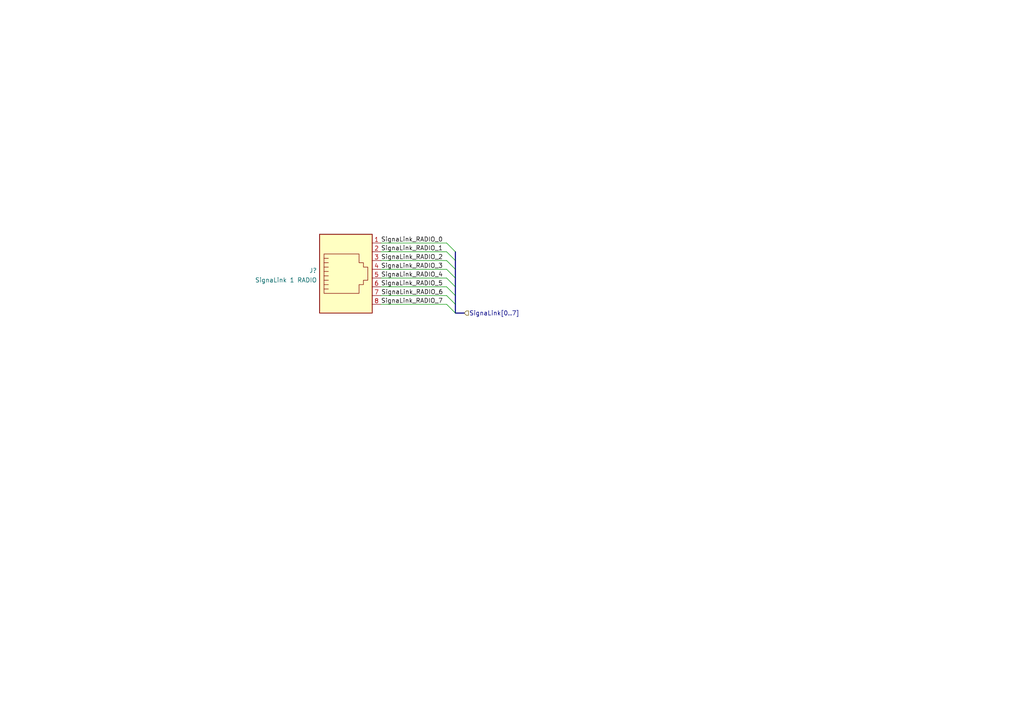
<source format=kicad_sch>
(kicad_sch (version 20211123) (generator eeschema)
  (paper "A4")
  (lib_symbols
    (symbol "Connector:RJ45" (pin_names (offset 1.016))
      (property "Reference" "J" (at -5.08 13.97 0))
      (property "Value" "RJ45" (at 2.54 13.97 0))
      (symbol "RJ45_0_1"
        (polyline (pts (xy -5.08 4.445) (xy -6.35 4.445)))
        (polyline (pts (xy -5.08 5.715) (xy -6.35 5.715)))
        (polyline (pts (xy -6.35 -3.175) (xy -5.08 -3.175) (xy -5.08 -3.175)))
        (polyline (pts (xy -6.35 -1.905) (xy -5.08 -1.905) (xy -5.08 -1.905)))
        (polyline (pts (xy -6.35 -0.635) (xy -5.08 -0.635) (xy -5.08 -0.635)))
        (polyline (pts (xy -6.35 0.635) (xy -5.08 0.635) (xy -5.08 0.635)))
        (polyline (pts (xy -6.35 1.905) (xy -5.08 1.905) (xy -5.08 1.905)))
        (polyline (pts (xy -5.08 3.175) (xy -6.35 3.175) (xy -6.35 3.175)))
        (polyline (pts (xy -6.35 -4.445) (xy -6.35 6.985) (xy 3.81 6.985) (xy 3.81 4.445) (xy 5.08 4.445) (xy 5.08 3.175) (xy 6.35 3.175) (xy 6.35 -0.635) (xy 5.08 -0.635) (xy 5.08 -1.905) (xy 3.81 -1.905) (xy 3.81 -4.445) (xy -6.35 -4.445) (xy -6.35 -4.445)))
        (rectangle (start 7.62 12.7) (end -7.62 -10.16) (stroke (width 0.254)) (fill (type background)))
      )
      (symbol "RJ45_1_1"
        (pin passive line (at 10.16 -7.62 180) (length 2.54) (name "~") (number "1"))
        (pin passive line (at 10.16 -5.08 180) (length 2.54) (name "~") (number "2"))
        (pin passive line (at 10.16 -2.54 180) (length 2.54) (name "~") (number "3"))
        (pin passive line (at 10.16 0 180) (length 2.54) (name "~") (number "4"))
        (pin passive line (at 10.16 2.54 180) (length 2.54) (name "~") (number "5"))
        (pin passive line (at 10.16 5.08 180) (length 2.54) (name "~") (number "6"))
        (pin passive line (at 10.16 7.62 180) (length 2.54) (name "~") (number "7"))
        (pin passive line (at 10.16 10.16 180) (length 2.54) (name "~") (number "8"))
      )
    )
  )
  (bus_entry (at 129.54 88.265) (size 2.54 2.54))
  (bus_entry (at 129.54 73.025) (size 2.54 2.54))
  (bus_entry (at 129.54 70.485) (size 2.54 2.54))
  (bus_entry (at 129.54 85.725) (size 2.54 2.54))
  (bus_entry (at 129.54 75.565) (size 2.54 2.54))
  (bus_entry (at 129.54 80.645) (size 2.54 2.54))
  (bus_entry (at 129.54 83.185) (size 2.54 2.54))
  (bus_entry (at 129.54 78.105) (size 2.54 2.54))
  (wire (pts (xy 110.49 83.185) (xy 129.54 83.185)))
  (wire (pts (xy 110.49 80.645) (xy 129.54 80.645)))
  (bus (pts (xy 132.08 75.565) (xy 132.08 78.105)))
  (wire (pts (xy 110.49 78.105) (xy 129.54 78.105)))
  (bus (pts (xy 132.08 90.805) (xy 134.62 90.805)))
  (bus (pts (xy 132.08 73.025) (xy 132.08 75.565)))
  (wire (pts (xy 110.49 73.025) (xy 129.54 73.025)))
  (bus (pts (xy 132.08 83.185) (xy 132.08 85.725)))
  (wire (pts (xy 110.49 85.725) (xy 129.54 85.725)))
  (bus (pts (xy 132.08 88.265) (xy 132.08 90.805)))
  (bus (pts (xy 132.08 78.105) (xy 132.08 80.645)))
  (bus (pts (xy 132.08 85.725) (xy 132.08 88.265)))
  (wire (pts (xy 110.49 75.565) (xy 129.54 75.565)))
  (bus (pts (xy 132.08 80.645) (xy 132.08 83.185)))
  (wire (pts (xy 110.49 70.485) (xy 129.54 70.485)))
  (wire (pts (xy 110.49 88.265) (xy 129.54 88.265)))
  (label "SignaLink_RADIO_0" (at 110.49 70.485 0))
  (label "SignaLink_RADIO_6" (at 110.5587 85.725 0))
  (label "SignaLink_RADIO_2" (at 110.5075 75.565 0))
  (label "SignaLink_RADIO_3" (at 110.49 78.105 0))
  (label "SignaLink_RADIO_1" (at 110.49 73.025 0))
  (label "SignaLink_RADIO_4" (at 110.5075 80.645 0))
  (label "SignaLink_RADIO_5" (at 110.49 83.185 0))
  (label "SignaLink_RADIO_7" (at 110.49 88.265 0))
  (hierarchical_label "SignaLink[0..7]" (shape input) (at 134.62 90.805 0))
  (symbol (lib_id "Connector:RJ45") (at 100.33 78.105 0) (mirror x)
    (property "Reference" "J?" (at 91.948 78.4665 0) (effects (justify right)))
    (property "Value" "SignaLink 1 RADIO" (at 91.948 81.2416 0) (effects (justify right)))
  )
)
</source>
